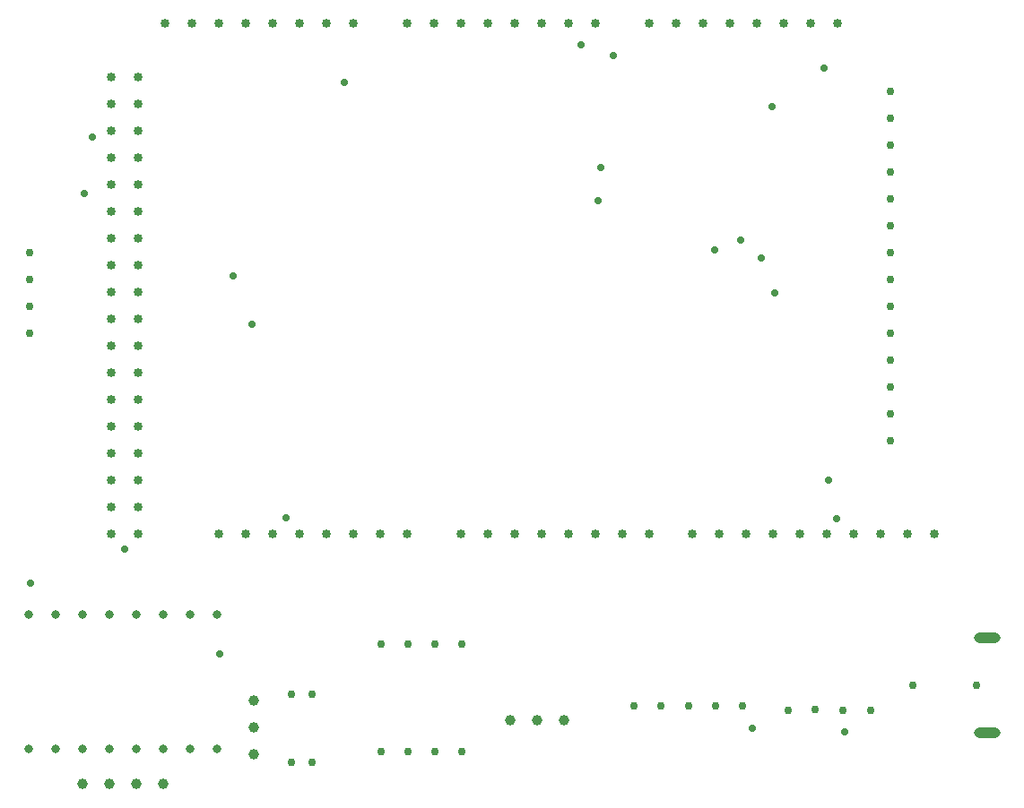
<source format=gbr>
%TF.GenerationSoftware,KiCad,Pcbnew,(6.0.9)*%
%TF.CreationDate,2024-04-11T16:17:53+03:00*%
%TF.ProjectId,diplomna-shema,6469706c-6f6d-46e6-912d-7368656d612e,rev?*%
%TF.SameCoordinates,Original*%
%TF.FileFunction,Plated,1,2,PTH,Mixed*%
%TF.FilePolarity,Positive*%
%FSLAX46Y46*%
G04 Gerber Fmt 4.6, Leading zero omitted, Abs format (unit mm)*
G04 Created by KiCad (PCBNEW (6.0.9)) date 2024-04-11 16:17:53*
%MOMM*%
%LPD*%
G01*
G04 APERTURE LIST*
%TA.AperFunction,ViaDrill*%
%ADD10C,0.700000*%
%TD*%
%TA.AperFunction,ComponentDrill*%
%ADD11C,0.762000*%
%TD*%
%TA.AperFunction,ComponentDrill*%
%ADD12C,0.800000*%
%TD*%
%TA.AperFunction,ComponentDrill*%
%ADD13C,0.850000*%
%TD*%
%TA.AperFunction,ComponentDrill*%
%ADD14C,1.000000*%
%TD*%
G04 aperture for slot hole*
%TA.AperFunction,ComponentDrill*%
%ADD15O,2.500000X1.000000*%
%TD*%
G04 APERTURE END LIST*
D10*
X33200000Y-80300000D03*
X38300000Y-43400000D03*
X39059500Y-38080000D03*
X42090000Y-77070000D03*
X51060000Y-86960000D03*
X52300000Y-51200000D03*
X54120000Y-55840000D03*
X57315100Y-74115100D03*
X62840000Y-32920000D03*
X85130000Y-29400000D03*
X86800000Y-44100000D03*
X87070000Y-40980000D03*
X88220000Y-30440000D03*
X97800000Y-48800000D03*
X100200000Y-47800000D03*
X101300000Y-94000000D03*
X102200000Y-49500000D03*
X103195194Y-35191741D03*
X103500000Y-52800000D03*
X108080000Y-31620000D03*
X108500000Y-70500000D03*
X109300000Y-74200000D03*
X110100000Y-94300000D03*
D11*
%TO.C,U4*%
X33133000Y-49019000D03*
X33133000Y-51559000D03*
X33133000Y-54099000D03*
X33133000Y-56639000D03*
%TO.C,U2*%
X57787500Y-90785000D03*
X57787500Y-97185000D03*
X59787500Y-90785000D03*
X59787500Y-97185000D03*
%TO.C,U1*%
X66320000Y-86020000D03*
X66320000Y-96180000D03*
X68860000Y-86020000D03*
X68860000Y-96180000D03*
X71400000Y-86020000D03*
X71400000Y-96180000D03*
X73940000Y-86020000D03*
X73940000Y-96180000D03*
%TO.C,U5*%
X90190000Y-91880000D03*
X92740000Y-91880000D03*
X95290000Y-91905000D03*
X97840000Y-91880000D03*
X100390000Y-91880000D03*
%TO.C,U3*%
X104725000Y-92250000D03*
X107275000Y-92225000D03*
X109925000Y-92250000D03*
X112475000Y-92250000D03*
%TO.C,U4*%
X114413000Y-33779000D03*
X114413000Y-36319000D03*
X114413000Y-38859000D03*
X114413000Y-41399000D03*
X114413000Y-43939000D03*
X114413000Y-46479000D03*
X114413000Y-49019000D03*
X114413000Y-51559000D03*
X114413000Y-54099000D03*
X114413000Y-56639000D03*
X114413000Y-59179000D03*
X114413000Y-61719000D03*
X114413000Y-64259000D03*
X114413000Y-66799000D03*
%TO.C,J1*%
X116500000Y-89900000D03*
X122500000Y-89900000D03*
D12*
%TO.C,A1*%
X33010000Y-83240000D03*
X33010000Y-95940000D03*
X35550000Y-83240000D03*
X35550000Y-95940000D03*
X38090000Y-83240000D03*
X38090000Y-95940000D03*
X40630000Y-83240000D03*
X40630000Y-95940000D03*
X43170000Y-83240000D03*
X43170000Y-95940000D03*
X45710000Y-83240000D03*
X45710000Y-95940000D03*
X48250000Y-83240000D03*
X48250000Y-95940000D03*
X50790000Y-83240000D03*
X50790000Y-95940000D03*
D13*
%TO.C,A2*%
X40805000Y-32450000D03*
X40805000Y-34990000D03*
X40805000Y-37530000D03*
X40805000Y-40070000D03*
X40805000Y-42610000D03*
X40805000Y-45150000D03*
X40805000Y-47690000D03*
X40805000Y-50230000D03*
X40805000Y-52770000D03*
X40805000Y-55310000D03*
X40805000Y-57850000D03*
X40805000Y-60390000D03*
X40805000Y-62930000D03*
X40805000Y-65470000D03*
X40805000Y-68010000D03*
X40805000Y-70550000D03*
X40805000Y-73090000D03*
X40805000Y-75630000D03*
X43345000Y-32450000D03*
X43345000Y-34990000D03*
X43345000Y-37530000D03*
X43345000Y-40070000D03*
X43345000Y-42610000D03*
X43345000Y-45150000D03*
X43345000Y-47690000D03*
X43345000Y-50230000D03*
X43345000Y-52770000D03*
X43345000Y-55310000D03*
X43345000Y-57850000D03*
X43345000Y-60390000D03*
X43345000Y-62930000D03*
X43345000Y-65470000D03*
X43345000Y-68010000D03*
X43345000Y-70550000D03*
X43345000Y-73090000D03*
X43345000Y-75630000D03*
X45885000Y-27370000D03*
X48425000Y-27370000D03*
X50965000Y-27370000D03*
X50965000Y-75630000D03*
X53505000Y-27370000D03*
X53505000Y-75630000D03*
X56045000Y-27370000D03*
X56045000Y-75630000D03*
X58585000Y-27370000D03*
X58585000Y-75630000D03*
X61125000Y-27370000D03*
X61125000Y-75630000D03*
X63665000Y-27370000D03*
X63665000Y-75630000D03*
X66205000Y-75630000D03*
X68745000Y-27370000D03*
X68745000Y-75630000D03*
X71285000Y-27370000D03*
X73825000Y-27370000D03*
X73825000Y-75630000D03*
X76365000Y-27370000D03*
X76365000Y-75630000D03*
X78905000Y-27370000D03*
X78905000Y-75630000D03*
X81445000Y-27370000D03*
X81445000Y-75630000D03*
X83985000Y-27370000D03*
X83985000Y-75630000D03*
X86525000Y-27370000D03*
X86525000Y-75630000D03*
X89065000Y-75630000D03*
X91605000Y-27370000D03*
X91605000Y-75630000D03*
X94145000Y-27370000D03*
X95669000Y-75630000D03*
X96685000Y-27370000D03*
X98209000Y-75630000D03*
X99225000Y-27370000D03*
X100749000Y-75630000D03*
X101765000Y-27370000D03*
X103289000Y-75630000D03*
X104305000Y-27370000D03*
X105829000Y-75630000D03*
X106845000Y-27370000D03*
X108369000Y-75630000D03*
X109385000Y-27370000D03*
X110909000Y-75630000D03*
X113449000Y-75630000D03*
X115989000Y-75630000D03*
X118529000Y-75630000D03*
D14*
%TO.C,REF\u002A\u002A*%
X38080000Y-99200000D03*
X40620000Y-99200000D03*
X43160000Y-99200000D03*
X45700000Y-99200000D03*
%TO.C,M2*%
X54300000Y-91400000D03*
X54300000Y-93940000D03*
X54300000Y-96480000D03*
%TO.C,J7*%
X78475000Y-93200000D03*
X81015000Y-93200000D03*
X83555000Y-93200000D03*
D15*
%TO.C,J1*%
X123500000Y-85400000D03*
X123500000Y-94400000D03*
M02*

</source>
